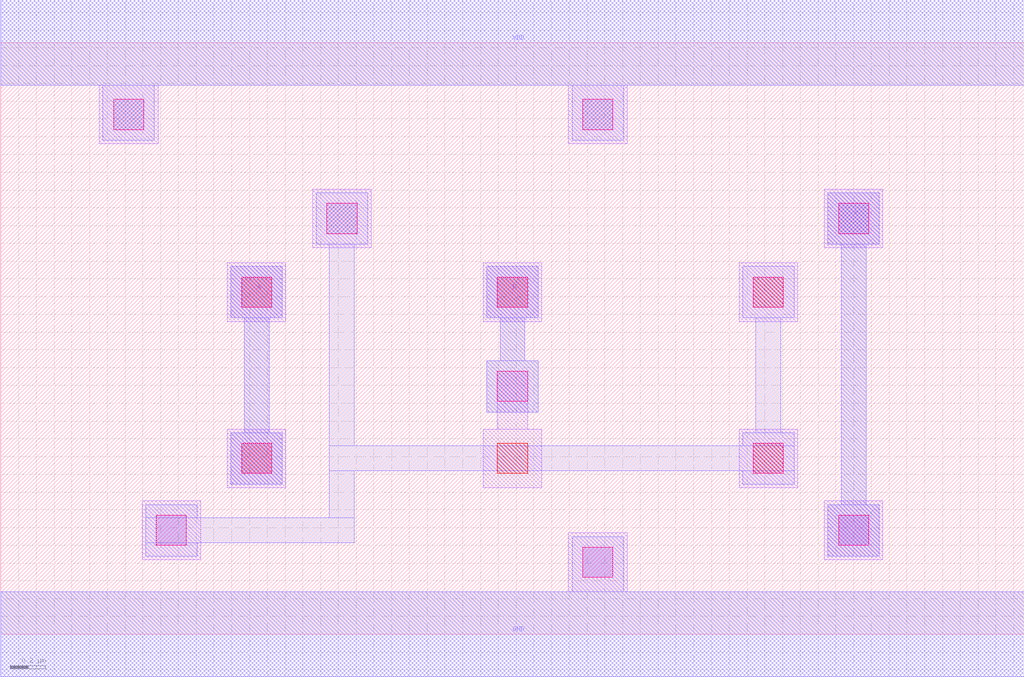
<source format=lef>
MACRO AND2X2
 CLASS CORE ;
 FOREIGN AND2X2 0 0 ;
 SIZE 5.76 BY 3.33 ;
 ORIGIN 0 0 ;
 SYMMETRY X Y R90 ;
 SITE unit ;
  PIN VDD
   DIRECTION INOUT ;
   USE POWER ;
   SHAPE ABUTMENT ;
    PORT
     CLASS CORE ;
       LAYER met1 ;
        RECT 0.00000000 3.09000000 5.76000000 3.57000000 ;
    END
  END VDD

  PIN GND
   DIRECTION INOUT ;
   USE POWER ;
   SHAPE ABUTMENT ;
    PORT
     CLASS CORE ;
       LAYER met1 ;
        RECT 0.00000000 -0.24000000 5.76000000 0.24000000 ;
    END
  END GND

  PIN Y
   DIRECTION INOUT ;
   USE SIGNAL ;
   SHAPE ABUTMENT ;
    PORT
     CLASS CORE ;
       LAYER met1 ;
        RECT 4.65500000 0.44000000 4.94500000 0.73000000 ;
        RECT 4.73000000 0.73000000 4.87000000 2.19500000 ;
        RECT 4.65500000 2.19500000 4.94500000 2.48500000 ;
    END
  END Y

  PIN B
   DIRECTION INOUT ;
   USE SIGNAL ;
   SHAPE ABUTMENT ;
    PORT
     CLASS CORE ;
       LAYER met1 ;
        RECT 2.73500000 1.25000000 3.02500000 1.54000000 ;
        RECT 2.81000000 1.54000000 2.95000000 1.78000000 ;
        RECT 2.73500000 1.78000000 3.02500000 2.07000000 ;
    END
  END B

  PIN A
   DIRECTION INOUT ;
   USE SIGNAL ;
   SHAPE ABUTMENT ;
    PORT
     CLASS CORE ;
       LAYER met1 ;
        RECT 1.29500000 0.84500000 1.58500000 1.13500000 ;
        RECT 1.37000000 1.13500000 1.51000000 1.78000000 ;
        RECT 1.29500000 1.78000000 1.58500000 2.07000000 ;
    END
  END A

 OBS
    LAYER polycont ;
     RECT 1.35500000 0.90500000 1.52500000 1.07500000 ;
     RECT 2.79500000 0.90500000 2.96500000 1.07500000 ;
     RECT 4.23500000 0.90500000 4.40500000 1.07500000 ;
     RECT 1.35500000 1.84000000 1.52500000 2.01000000 ;
     RECT 2.79500000 1.84000000 2.96500000 2.01000000 ;
     RECT 4.23500000 1.84000000 4.40500000 2.01000000 ;

    LAYER pdiffc ;
     RECT 1.83500000 2.25500000 2.00500000 2.42500000 ;
     RECT 4.71500000 2.25500000 4.88500000 2.42500000 ;
     RECT 0.63500000 2.84000000 0.80500000 3.01000000 ;
     RECT 3.27500000 2.84000000 3.44500000 3.01000000 ;

    LAYER ndiffc ;
     RECT 3.27500000 0.32000000 3.44500000 0.49000000 ;
     RECT 0.87500000 0.50000000 1.04500000 0.67000000 ;
     RECT 4.71500000 0.50000000 4.88500000 0.67000000 ;

    LAYER li1 ;
     RECT 3.19500000 0.24000000 3.52500000 0.57000000 ;
     RECT 0.79500000 0.42000000 1.12500000 0.75000000 ;
     RECT 4.63500000 0.42000000 4.96500000 0.75000000 ;
     RECT 1.27500000 0.82500000 1.60500000 1.15500000 ;
     RECT 4.15500000 0.82500000 4.48500000 1.15500000 ;
     RECT 2.71500000 0.82500000 3.04500000 1.15500000 ;
     RECT 2.79500000 1.15500000 2.96500000 1.48000000 ;
     RECT 1.27500000 1.76000000 1.60500000 2.09000000 ;
     RECT 2.71500000 1.76000000 3.04500000 2.09000000 ;
     RECT 4.15500000 1.76000000 4.48500000 2.09000000 ;
     RECT 1.75500000 2.17500000 2.08500000 2.50500000 ;
     RECT 4.63500000 2.17500000 4.96500000 2.50500000 ;
     RECT 0.55500000 2.76000000 0.88500000 3.09000000 ;
     RECT 3.19500000 2.76000000 3.52500000 3.09000000 ;

    LAYER viali ;
     RECT 3.27500000 0.32000000 3.44500000 0.49000000 ;
     RECT 0.87500000 0.50000000 1.04500000 0.67000000 ;
     RECT 4.71500000 0.50000000 4.88500000 0.67000000 ;
     RECT 1.35500000 0.90500000 1.52500000 1.07500000 ;
     RECT 4.23500000 0.90500000 4.40500000 1.07500000 ;
     RECT 2.79500000 1.31000000 2.96500000 1.48000000 ;
     RECT 1.35500000 1.84000000 1.52500000 2.01000000 ;
     RECT 2.79500000 1.84000000 2.96500000 2.01000000 ;
     RECT 4.23500000 1.84000000 4.40500000 2.01000000 ;
     RECT 1.83500000 2.25500000 2.00500000 2.42500000 ;
     RECT 4.71500000 2.25500000 4.88500000 2.42500000 ;
     RECT 0.63500000 2.84000000 0.80500000 3.01000000 ;
     RECT 3.27500000 2.84000000 3.44500000 3.01000000 ;

    LAYER met1 ;
     RECT 0.00000000 -0.24000000 5.76000000 0.24000000 ;
     RECT 3.21500000 0.24000000 3.50500000 0.55000000 ;
     RECT 1.29500000 0.84500000 1.58500000 1.13500000 ;
     RECT 1.37000000 1.13500000 1.51000000 1.78000000 ;
     RECT 1.29500000 1.78000000 1.58500000 2.07000000 ;
     RECT 2.73500000 1.25000000 3.02500000 1.54000000 ;
     RECT 2.81000000 1.54000000 2.95000000 1.78000000 ;
     RECT 2.73500000 1.78000000 3.02500000 2.07000000 ;
     RECT 0.81500000 0.44000000 1.10500000 0.51500000 ;
     RECT 0.81500000 0.51500000 1.99000000 0.65500000 ;
     RECT 0.81500000 0.65500000 1.10500000 0.73000000 ;
     RECT 1.85000000 0.65500000 1.99000000 0.92000000 ;
     RECT 4.17500000 0.84500000 4.46500000 0.92000000 ;
     RECT 1.85000000 0.92000000 4.46500000 1.06000000 ;
     RECT 4.17500000 1.06000000 4.46500000 1.13500000 ;
     RECT 4.25000000 1.13500000 4.39000000 1.78000000 ;
     RECT 4.17500000 1.78000000 4.46500000 2.07000000 ;
     RECT 1.85000000 1.06000000 1.99000000 2.19500000 ;
     RECT 1.77500000 2.19500000 2.06500000 2.48500000 ;
     RECT 4.65500000 0.44000000 4.94500000 0.73000000 ;
     RECT 4.73000000 0.73000000 4.87000000 2.19500000 ;
     RECT 4.65500000 2.19500000 4.94500000 2.48500000 ;
     RECT 0.57500000 2.78000000 0.86500000 3.09000000 ;
     RECT 3.21500000 2.78000000 3.50500000 3.09000000 ;
     RECT 0.00000000 3.09000000 5.76000000 3.57000000 ;

 END
END AND2X2

</source>
